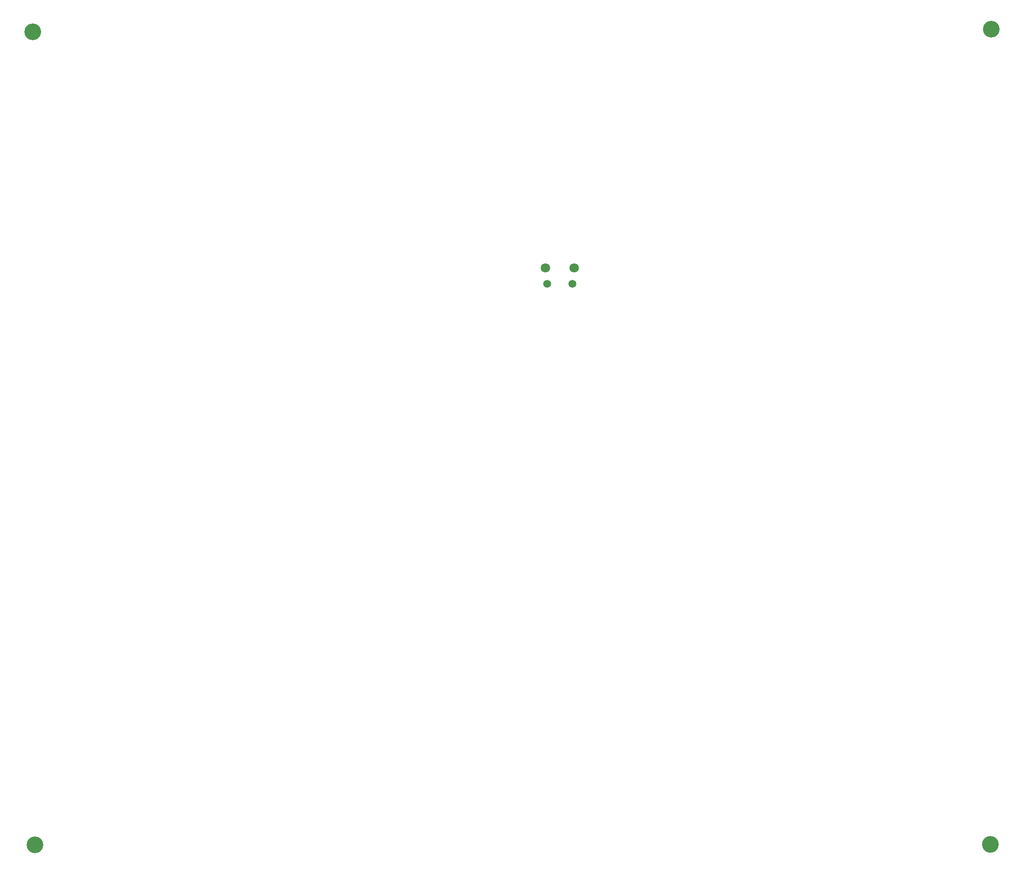
<source format=gbr>
%TF.GenerationSoftware,KiCad,Pcbnew,7.0.11+dfsg-1build4*%
%TF.CreationDate,2025-03-10T12:53:19+05:30*%
%TF.ProjectId,incubator,696e6375-6261-4746-9f72-2e6b69636164,rev?*%
%TF.SameCoordinates,Original*%
%TF.FileFunction,NonPlated,1,2,NPTH,Drill*%
%TF.FilePolarity,Positive*%
%FSLAX46Y46*%
G04 Gerber Fmt 4.6, Leading zero omitted, Abs format (unit mm)*
G04 Created by KiCad (PCBNEW 7.0.11+dfsg-1build4) date 2025-03-10 12:53:19*
%MOMM*%
%LPD*%
G01*
G04 APERTURE LIST*
%TA.AperFunction,ComponentDrill*%
%ADD10C,1.500000*%
%TD*%
%TA.AperFunction,ComponentDrill*%
%ADD11C,1.800000*%
%TD*%
%TA.AperFunction,ComponentDrill*%
%ADD12C,3.200000*%
%TD*%
G04 APERTURE END LIST*
D10*
%TO.C,U3*%
X134215000Y-70040000D03*
X139065000Y-70040000D03*
D11*
X133915000Y-67010000D03*
X139365000Y-67010000D03*
D12*
%TO.C,H2*%
X35775000Y-21775000D03*
%TO.C,H4*%
X36175000Y-177500000D03*
%TO.C,H3*%
X219100000Y-177400000D03*
%TO.C,H1*%
X219225000Y-21275000D03*
M02*

</source>
